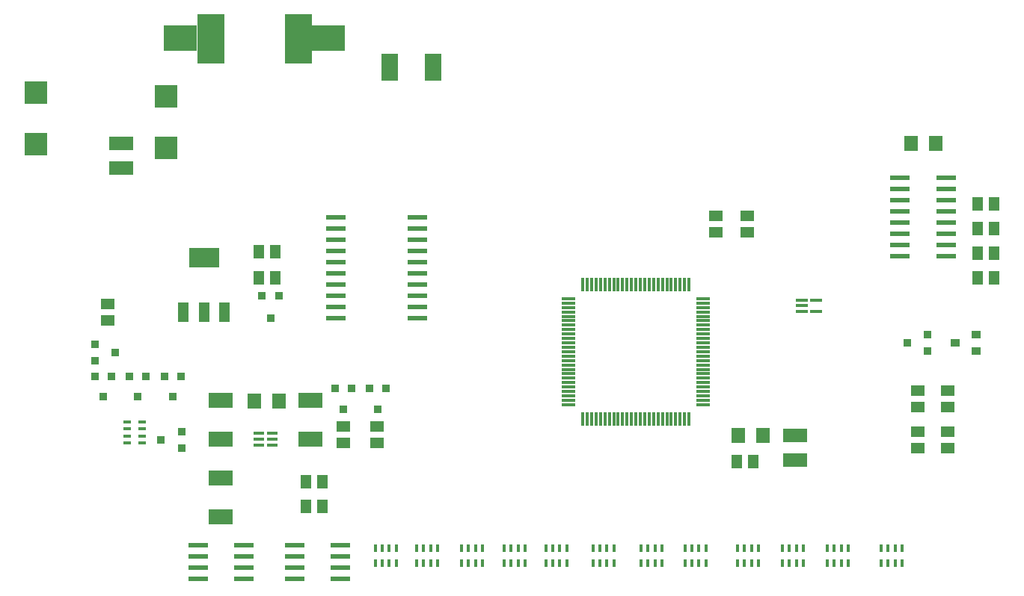
<source format=gtp>
%FSLAX23Y23*%
%MOIN*%
G70*
G01*
G75*
%ADD10C,0.010*%
%ADD11R,0.039X0.033*%
%ADD12R,0.039X0.033*%
%ADD13R,0.037X0.035*%
%ADD14R,0.037X0.035*%
%ADD15R,0.059X0.051*%
%ADD16R,0.085X0.024*%
%ADD17R,0.106X0.071*%
%ADD18R,0.049X0.014*%
%ADD19R,0.035X0.037*%
%ADD20R,0.035X0.037*%
%ADD21R,0.047X0.087*%
%ADD22R,0.047X0.087*%
%ADD23R,0.134X0.087*%
%ADD24R,0.018X0.035*%
%ADD25R,0.053X0.014*%
%ADD26R,0.087X0.024*%
%ADD27R,0.087X0.024*%
%ADD28R,0.063X0.012*%
%ADD29R,0.012X0.063*%
%ADD30R,0.035X0.018*%
%ADD31R,0.106X0.071*%
%ADD32R,0.051X0.059*%
%ADD33R,0.106X0.063*%
%ADD34R,0.063X0.071*%
%ADD35R,0.100X0.100*%
%ADD36R,0.063X0.071*%
%ADD37R,0.077X0.124*%
%ADD38R,0.120X0.220*%
%ADD39R,0.150X0.114*%
%ADD40C,0.020*%
%ADD41C,0.040*%
%ADD42C,0.060*%
%ADD43C,0.030*%
%ADD44C,0.050*%
%ADD45C,0.023*%
%ADD46C,0.080*%
%ADD47C,0.011*%
%ADD48C,0.013*%
%ADD49C,0.016*%
%ADD50C,0.047*%
%ADD51C,0.025*%
%ADD52R,0.262X0.237*%
%ADD53C,0.060*%
%ADD54C,0.059*%
%ADD55C,0.240*%
%ADD56C,0.280*%
%ADD57C,0.059*%
%ADD58O,0.157X0.079*%
%ADD59O,0.079X0.157*%
%ADD60O,0.079X0.177*%
%ADD61O,0.050X0.060*%
%ADD62O,0.060X0.055*%
%ADD63O,0.060X0.050*%
%ADD64O,0.039X0.067*%
%ADD65R,0.059X0.059*%
%ADD66R,0.059X0.059*%
%ADD67C,0.050*%
%ADD68R,0.071X0.106*%
%ADD69R,0.071X0.063*%
%ADD70R,0.071X0.063*%
%ADD71C,0.039*%
%ADD72C,0.070*%
%ADD73C,0.010*%
%ADD74C,0.008*%
%ADD75C,0.008*%
%ADD76C,0.006*%
%ADD77C,0.012*%
%ADD78C,0.006*%
D11*
X5223Y2895D02*
D03*
X5317Y2858D02*
D03*
D12*
X5317Y2932D02*
D03*
D13*
X5009Y2895D02*
D03*
X5101Y2858D02*
D03*
X1481Y2850D02*
D03*
X1389Y2887D02*
D03*
X1684Y2460D02*
D03*
X1776Y2423D02*
D03*
D14*
X5101Y2932D02*
D03*
X1389Y2813D02*
D03*
X1776Y2497D02*
D03*
D15*
X5055D02*
D03*
Y2682D02*
D03*
X5190Y2497D02*
D03*
X4155Y3462D02*
D03*
Y3388D02*
D03*
X5055Y2423D02*
D03*
Y2608D02*
D03*
X5190Y2423D02*
D03*
Y2682D02*
D03*
Y2608D02*
D03*
X1445Y2993D02*
D03*
Y3067D02*
D03*
X2645Y2448D02*
D03*
Y2522D02*
D03*
X2495D02*
D03*
Y2448D02*
D03*
X4295Y3388D02*
D03*
Y3462D02*
D03*
D16*
X2827Y3005D02*
D03*
Y3055D02*
D03*
Y3105D02*
D03*
Y3155D02*
D03*
Y3205D02*
D03*
Y3255D02*
D03*
Y3305D02*
D03*
Y3355D02*
D03*
Y3405D02*
D03*
Y3455D02*
D03*
X2463Y3005D02*
D03*
Y3055D02*
D03*
Y3105D02*
D03*
Y3155D02*
D03*
Y3205D02*
D03*
Y3255D02*
D03*
Y3305D02*
D03*
Y3355D02*
D03*
Y3405D02*
D03*
Y3455D02*
D03*
D17*
X1950Y2292D02*
D03*
Y2118D02*
D03*
Y2637D02*
D03*
X2350Y2637D02*
D03*
Y2463D02*
D03*
D18*
X2119Y2491D02*
D03*
Y2465D02*
D03*
Y2439D02*
D03*
X2181Y2491D02*
D03*
Y2465D02*
D03*
Y2439D02*
D03*
D19*
X1425Y2654D02*
D03*
X1462Y2746D02*
D03*
X1735Y2654D02*
D03*
X1772Y2746D02*
D03*
X1580Y2654D02*
D03*
X1617Y2746D02*
D03*
X2209Y3103D02*
D03*
X2172Y3004D02*
D03*
X2532Y2691D02*
D03*
X2495Y2599D02*
D03*
X2687Y2691D02*
D03*
X2650Y2599D02*
D03*
D20*
X1388Y2746D02*
D03*
X1698D02*
D03*
X1543D02*
D03*
X2134Y3103D02*
D03*
X2458Y2691D02*
D03*
X2613D02*
D03*
D21*
X1875Y3031D02*
D03*
X1966D02*
D03*
D22*
X1784Y3031D02*
D03*
D23*
X1875Y3275D02*
D03*
D24*
X4747Y1978D02*
D03*
X4716Y1978D02*
D03*
X4684D02*
D03*
X4653D02*
D03*
Y1912D02*
D03*
X4684Y1912D02*
D03*
X4716Y1912D02*
D03*
X4747D02*
D03*
X2638D02*
D03*
X2669Y1912D02*
D03*
X2732Y1912D02*
D03*
X2701D02*
D03*
X2638Y1978D02*
D03*
X2732Y1978D02*
D03*
X2701Y1978D02*
D03*
X2669D02*
D03*
X3117Y1978D02*
D03*
X3086Y1978D02*
D03*
X3054D02*
D03*
X3023D02*
D03*
Y1912D02*
D03*
X3054Y1912D02*
D03*
X3086Y1912D02*
D03*
X3117D02*
D03*
X2823Y1912D02*
D03*
X2854Y1912D02*
D03*
X2886D02*
D03*
X2917D02*
D03*
Y1978D02*
D03*
X2886Y1978D02*
D03*
X2854Y1978D02*
D03*
X2823D02*
D03*
X3213Y1912D02*
D03*
X3244Y1912D02*
D03*
X3307Y1912D02*
D03*
X3276D02*
D03*
X3213Y1978D02*
D03*
X3307Y1978D02*
D03*
X3276Y1978D02*
D03*
X3244D02*
D03*
X3492Y1978D02*
D03*
X3461Y1978D02*
D03*
X3429D02*
D03*
X3398D02*
D03*
Y1912D02*
D03*
X3429Y1912D02*
D03*
X3461Y1912D02*
D03*
X3492D02*
D03*
X3608Y1912D02*
D03*
X3639Y1912D02*
D03*
X3671D02*
D03*
X3702D02*
D03*
Y1978D02*
D03*
X3671Y1978D02*
D03*
X3639Y1978D02*
D03*
X3608D02*
D03*
X3823Y1912D02*
D03*
X3854Y1912D02*
D03*
X3917Y1912D02*
D03*
X3886D02*
D03*
X3823Y1978D02*
D03*
X3917Y1978D02*
D03*
X3886Y1978D02*
D03*
X3854D02*
D03*
X4112Y1978D02*
D03*
X4081Y1978D02*
D03*
X4049D02*
D03*
X4018D02*
D03*
Y1912D02*
D03*
X4049Y1912D02*
D03*
X4081Y1912D02*
D03*
X4112D02*
D03*
X4253Y1912D02*
D03*
X4284Y1912D02*
D03*
X4316D02*
D03*
X4347D02*
D03*
Y1978D02*
D03*
X4316Y1978D02*
D03*
X4284Y1978D02*
D03*
X4253D02*
D03*
X4453Y1912D02*
D03*
X4484Y1912D02*
D03*
X4547Y1912D02*
D03*
X4516D02*
D03*
X4453Y1978D02*
D03*
X4547Y1978D02*
D03*
X4516Y1978D02*
D03*
X4484D02*
D03*
X4893Y1912D02*
D03*
X4924Y1912D02*
D03*
X4956D02*
D03*
X4987D02*
D03*
Y1978D02*
D03*
X4956Y1978D02*
D03*
X4924Y1978D02*
D03*
X4893D02*
D03*
D25*
X4602Y3034D02*
D03*
X4538Y3086D02*
D03*
Y3060D02*
D03*
Y3034D02*
D03*
X4602Y3086D02*
D03*
D26*
X4977Y3530D02*
D03*
X5183Y3630D02*
D03*
X4977Y3380D02*
D03*
Y3630D02*
D03*
X5183Y3280D02*
D03*
Y3330D02*
D03*
Y3380D02*
D03*
Y3430D02*
D03*
Y3480D02*
D03*
Y3530D02*
D03*
Y3580D02*
D03*
X4977Y3280D02*
D03*
Y3330D02*
D03*
Y3430D02*
D03*
Y3480D02*
D03*
Y3580D02*
D03*
X2052Y1840D02*
D03*
X2482D02*
D03*
D27*
X1848Y1990D02*
D03*
Y1940D02*
D03*
Y1890D02*
D03*
Y1840D02*
D03*
X2052Y1990D02*
D03*
Y1940D02*
D03*
Y1890D02*
D03*
X2482D02*
D03*
Y1940D02*
D03*
Y1990D02*
D03*
X2278Y1840D02*
D03*
Y1890D02*
D03*
Y1940D02*
D03*
Y1990D02*
D03*
D28*
X4099Y2776D02*
D03*
Y2757D02*
D03*
Y2737D02*
D03*
Y2717D02*
D03*
X3501D02*
D03*
Y3072D02*
D03*
Y3091D02*
D03*
X4099Y2934D02*
D03*
Y2914D02*
D03*
Y2894D02*
D03*
Y2875D02*
D03*
Y2619D02*
D03*
X3501Y2894D02*
D03*
X4099Y2796D02*
D03*
X3501Y3052D02*
D03*
Y3032D02*
D03*
Y3012D02*
D03*
Y2993D02*
D03*
Y2973D02*
D03*
Y2953D02*
D03*
Y2934D02*
D03*
Y2914D02*
D03*
Y2875D02*
D03*
Y2855D02*
D03*
Y2835D02*
D03*
Y2816D02*
D03*
Y2796D02*
D03*
Y2776D02*
D03*
Y2757D02*
D03*
Y2737D02*
D03*
Y2698D02*
D03*
Y2678D02*
D03*
Y2658D02*
D03*
Y2638D02*
D03*
Y2619D02*
D03*
X4099Y3091D02*
D03*
Y3072D02*
D03*
Y3052D02*
D03*
Y3032D02*
D03*
Y3012D02*
D03*
Y2993D02*
D03*
Y2973D02*
D03*
Y2953D02*
D03*
Y2855D02*
D03*
Y2835D02*
D03*
Y2816D02*
D03*
Y2638D02*
D03*
Y2658D02*
D03*
Y2678D02*
D03*
Y2698D02*
D03*
D29*
X3997Y3154D02*
D03*
X3623D02*
D03*
X4017D02*
D03*
X3938D02*
D03*
X3564Y2556D02*
D03*
X3583D02*
D03*
X3603D02*
D03*
X3623D02*
D03*
X3643D02*
D03*
X3662D02*
D03*
X3997D02*
D03*
X4017D02*
D03*
X4036D02*
D03*
X3682Y3154D02*
D03*
X3702D02*
D03*
X3721D02*
D03*
X3741D02*
D03*
X3761D02*
D03*
X3780D02*
D03*
X3800D02*
D03*
X3820D02*
D03*
X3839D02*
D03*
X3859D02*
D03*
X3879D02*
D03*
X3898D02*
D03*
X3918D02*
D03*
X3957D02*
D03*
X4036D02*
D03*
X3682Y2556D02*
D03*
X3702D02*
D03*
X3721D02*
D03*
X3741D02*
D03*
X3761D02*
D03*
X3780D02*
D03*
X3800D02*
D03*
X3820D02*
D03*
X3839D02*
D03*
X3859D02*
D03*
X3879D02*
D03*
X3898D02*
D03*
X3918D02*
D03*
X3938D02*
D03*
X3957D02*
D03*
X3977D02*
D03*
X3662Y3154D02*
D03*
X3643D02*
D03*
X3583D02*
D03*
X3564D02*
D03*
X3977D02*
D03*
X3603D02*
D03*
D30*
X1598Y2448D02*
D03*
X1598Y2479D02*
D03*
X1598Y2542D02*
D03*
Y2511D02*
D03*
X1532Y2448D02*
D03*
X1532Y2542D02*
D03*
X1532Y2511D02*
D03*
Y2479D02*
D03*
D31*
X1950Y2463D02*
D03*
D32*
X2192Y3185D02*
D03*
X2118D02*
D03*
Y3300D02*
D03*
X2192D02*
D03*
X2328Y2275D02*
D03*
X2402D02*
D03*
X2328Y2165D02*
D03*
X2402D02*
D03*
X4248Y2365D02*
D03*
X4322D02*
D03*
X5323Y3515D02*
D03*
X5397D02*
D03*
X5397Y3185D02*
D03*
X5323D02*
D03*
X5397Y3295D02*
D03*
X5323D02*
D03*
X5323Y3405D02*
D03*
X5397D02*
D03*
D33*
X4510Y2370D02*
D03*
Y2480D02*
D03*
X1505Y3785D02*
D03*
Y3675D02*
D03*
D34*
X4365Y2480D02*
D03*
X4255D02*
D03*
X5135Y3785D02*
D03*
X5025D02*
D03*
X2100Y2635D02*
D03*
D35*
X1705Y3995D02*
D03*
Y3765D02*
D03*
X1125Y3780D02*
D03*
Y4010D02*
D03*
D36*
X2210Y2635D02*
D03*
D37*
X2897Y4125D02*
D03*
X2704D02*
D03*
D38*
X1905Y4252D02*
D03*
X2295D02*
D03*
D39*
X1770Y4255D02*
D03*
X2430D02*
D03*
M02*

</source>
